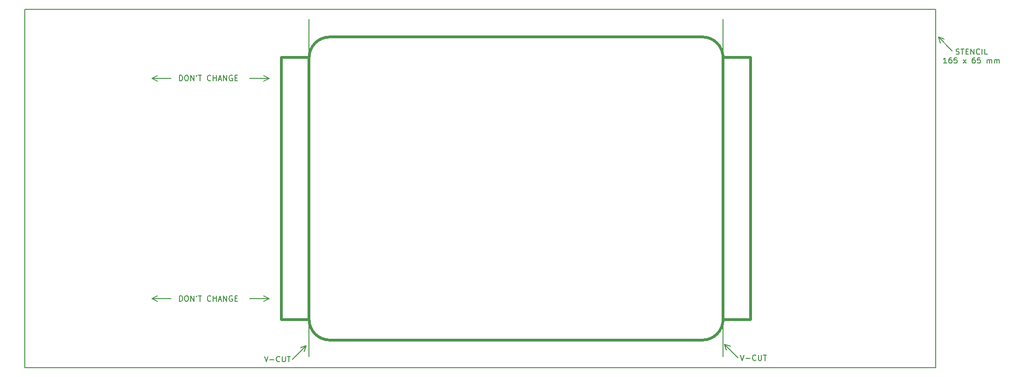
<source format=gbr>
G04 #@! TF.GenerationSoftware,KiCad,Pcbnew,6.0.0-d3dd2cf0fa~116~ubuntu20.04.1*
G04 #@! TF.CreationDate,2022-01-15T15:14:34-05:00*
G04 #@! TF.ProjectId,EX-PCB-10108-001,45582d50-4342-42d3-9130-3130382d3030,A*
G04 #@! TF.SameCoordinates,Original*
G04 #@! TF.FileFunction,Other,Comment*
%FSLAX46Y46*%
G04 Gerber Fmt 4.6, Leading zero omitted, Abs format (unit mm)*
G04 Created by KiCad (PCBNEW 6.0.0-d3dd2cf0fa~116~ubuntu20.04.1) date 2022-01-15 15:14:34*
%MOMM*%
%LPD*%
G01*
G04 APERTURE LIST*
%ADD10C,0.150000*%
G04 #@! TA.AperFunction,Profile*
%ADD11C,0.500000*%
G04 #@! TD*
G04 APERTURE END LIST*
D10*
X160462563Y-81512563D02*
X162937437Y-83987437D01*
X160462563Y-81512563D02*
X160816117Y-82573223D01*
X160462563Y-81512563D02*
X161523223Y-81866117D01*
X163664285Y-84599761D02*
X163807142Y-84647380D01*
X164045238Y-84647380D01*
X164140476Y-84599761D01*
X164188095Y-84552142D01*
X164235714Y-84456904D01*
X164235714Y-84361666D01*
X164188095Y-84266428D01*
X164140476Y-84218809D01*
X164045238Y-84171190D01*
X163854761Y-84123571D01*
X163759523Y-84075952D01*
X163711904Y-84028333D01*
X163664285Y-83933095D01*
X163664285Y-83837857D01*
X163711904Y-83742619D01*
X163759523Y-83695000D01*
X163854761Y-83647380D01*
X164092857Y-83647380D01*
X164235714Y-83695000D01*
X164521428Y-83647380D02*
X165092857Y-83647380D01*
X164807142Y-84647380D02*
X164807142Y-83647380D01*
X165426190Y-84123571D02*
X165759523Y-84123571D01*
X165902380Y-84647380D02*
X165426190Y-84647380D01*
X165426190Y-83647380D01*
X165902380Y-83647380D01*
X166330952Y-84647380D02*
X166330952Y-83647380D01*
X166902380Y-84647380D01*
X166902380Y-83647380D01*
X167950000Y-84552142D02*
X167902380Y-84599761D01*
X167759523Y-84647380D01*
X167664285Y-84647380D01*
X167521428Y-84599761D01*
X167426190Y-84504523D01*
X167378571Y-84409285D01*
X167330952Y-84218809D01*
X167330952Y-84075952D01*
X167378571Y-83885476D01*
X167426190Y-83790238D01*
X167521428Y-83695000D01*
X167664285Y-83647380D01*
X167759523Y-83647380D01*
X167902380Y-83695000D01*
X167950000Y-83742619D01*
X168378571Y-84647380D02*
X168378571Y-83647380D01*
X169330952Y-84647380D02*
X168854761Y-84647380D01*
X168854761Y-83647380D01*
X161950000Y-86257380D02*
X161378571Y-86257380D01*
X161664285Y-86257380D02*
X161664285Y-85257380D01*
X161569047Y-85400238D01*
X161473809Y-85495476D01*
X161378571Y-85543095D01*
X162807142Y-85257380D02*
X162616666Y-85257380D01*
X162521428Y-85305000D01*
X162473809Y-85352619D01*
X162378571Y-85495476D01*
X162330952Y-85685952D01*
X162330952Y-86066904D01*
X162378571Y-86162142D01*
X162426190Y-86209761D01*
X162521428Y-86257380D01*
X162711904Y-86257380D01*
X162807142Y-86209761D01*
X162854761Y-86162142D01*
X162902380Y-86066904D01*
X162902380Y-85828809D01*
X162854761Y-85733571D01*
X162807142Y-85685952D01*
X162711904Y-85638333D01*
X162521428Y-85638333D01*
X162426190Y-85685952D01*
X162378571Y-85733571D01*
X162330952Y-85828809D01*
X163807142Y-85257380D02*
X163330952Y-85257380D01*
X163283333Y-85733571D01*
X163330952Y-85685952D01*
X163426190Y-85638333D01*
X163664285Y-85638333D01*
X163759523Y-85685952D01*
X163807142Y-85733571D01*
X163854761Y-85828809D01*
X163854761Y-86066904D01*
X163807142Y-86162142D01*
X163759523Y-86209761D01*
X163664285Y-86257380D01*
X163426190Y-86257380D01*
X163330952Y-86209761D01*
X163283333Y-86162142D01*
X164950000Y-86257380D02*
X165473809Y-85590714D01*
X164950000Y-85590714D02*
X165473809Y-86257380D01*
X167045238Y-85257380D02*
X166854761Y-85257380D01*
X166759523Y-85305000D01*
X166711904Y-85352619D01*
X166616666Y-85495476D01*
X166569047Y-85685952D01*
X166569047Y-86066904D01*
X166616666Y-86162142D01*
X166664285Y-86209761D01*
X166759523Y-86257380D01*
X166950000Y-86257380D01*
X167045238Y-86209761D01*
X167092857Y-86162142D01*
X167140476Y-86066904D01*
X167140476Y-85828809D01*
X167092857Y-85733571D01*
X167045238Y-85685952D01*
X166950000Y-85638333D01*
X166759523Y-85638333D01*
X166664285Y-85685952D01*
X166616666Y-85733571D01*
X166569047Y-85828809D01*
X168045238Y-85257380D02*
X167569047Y-85257380D01*
X167521428Y-85733571D01*
X167569047Y-85685952D01*
X167664285Y-85638333D01*
X167902380Y-85638333D01*
X167997619Y-85685952D01*
X168045238Y-85733571D01*
X168092857Y-85828809D01*
X168092857Y-86066904D01*
X168045238Y-86162142D01*
X167997619Y-86209761D01*
X167902380Y-86257380D01*
X167664285Y-86257380D01*
X167569047Y-86209761D01*
X167521428Y-86162142D01*
X169283333Y-86257380D02*
X169283333Y-85590714D01*
X169283333Y-85685952D02*
X169330952Y-85638333D01*
X169426190Y-85590714D01*
X169569047Y-85590714D01*
X169664285Y-85638333D01*
X169711904Y-85733571D01*
X169711904Y-86257380D01*
X169711904Y-85733571D02*
X169759523Y-85638333D01*
X169854761Y-85590714D01*
X169997619Y-85590714D01*
X170092857Y-85638333D01*
X170140476Y-85733571D01*
X170140476Y-86257380D01*
X170616666Y-86257380D02*
X170616666Y-85590714D01*
X170616666Y-85685952D02*
X170664285Y-85638333D01*
X170759523Y-85590714D01*
X170902380Y-85590714D01*
X170997619Y-85638333D01*
X171045238Y-85733571D01*
X171045238Y-86257380D01*
X171045238Y-85733571D02*
X171092857Y-85638333D01*
X171188095Y-85590714D01*
X171330952Y-85590714D01*
X171426190Y-85638333D01*
X171473809Y-85733571D01*
X171473809Y-86257380D01*
X159950000Y-141500000D02*
X159950000Y-76500000D01*
X-5050000Y-141500000D02*
X-5050000Y-76500000D01*
X-5050000Y-141500000D02*
X159950000Y-141500000D01*
X-5050000Y-76500000D02*
X159950000Y-76500000D01*
X39200000Y-89000000D02*
X38200000Y-88500000D01*
X17950000Y-89000000D02*
X18950000Y-89500000D01*
X39200000Y-89000000D02*
X35700000Y-89000000D01*
X39200000Y-89000000D02*
X38200000Y-89500000D01*
X17950000Y-89000000D02*
X18950000Y-88500000D01*
X17950000Y-89000000D02*
X21450000Y-89000000D01*
X22961904Y-89452380D02*
X22961904Y-88452380D01*
X23200000Y-88452380D01*
X23342857Y-88500000D01*
X23438095Y-88595238D01*
X23485714Y-88690476D01*
X23533333Y-88880952D01*
X23533333Y-89023809D01*
X23485714Y-89214285D01*
X23438095Y-89309523D01*
X23342857Y-89404761D01*
X23200000Y-89452380D01*
X22961904Y-89452380D01*
X24152380Y-88452380D02*
X24342857Y-88452380D01*
X24438095Y-88500000D01*
X24533333Y-88595238D01*
X24580952Y-88785714D01*
X24580952Y-89119047D01*
X24533333Y-89309523D01*
X24438095Y-89404761D01*
X24342857Y-89452380D01*
X24152380Y-89452380D01*
X24057142Y-89404761D01*
X23961904Y-89309523D01*
X23914285Y-89119047D01*
X23914285Y-88785714D01*
X23961904Y-88595238D01*
X24057142Y-88500000D01*
X24152380Y-88452380D01*
X25009523Y-89452380D02*
X25009523Y-88452380D01*
X25580952Y-89452380D01*
X25580952Y-88452380D01*
X26104761Y-88452380D02*
X26104761Y-88500000D01*
X26057142Y-88595238D01*
X26009523Y-88642857D01*
X26390476Y-88452380D02*
X26961904Y-88452380D01*
X26676190Y-89452380D02*
X26676190Y-88452380D01*
X28628571Y-89357142D02*
X28580952Y-89404761D01*
X28438095Y-89452380D01*
X28342857Y-89452380D01*
X28200000Y-89404761D01*
X28104761Y-89309523D01*
X28057142Y-89214285D01*
X28009523Y-89023809D01*
X28009523Y-88880952D01*
X28057142Y-88690476D01*
X28104761Y-88595238D01*
X28200000Y-88500000D01*
X28342857Y-88452380D01*
X28438095Y-88452380D01*
X28580952Y-88500000D01*
X28628571Y-88547619D01*
X29057142Y-89452380D02*
X29057142Y-88452380D01*
X29057142Y-88928571D02*
X29628571Y-88928571D01*
X29628571Y-89452380D02*
X29628571Y-88452380D01*
X30057142Y-89166666D02*
X30533333Y-89166666D01*
X29961904Y-89452380D02*
X30295238Y-88452380D01*
X30628571Y-89452380D01*
X30961904Y-89452380D02*
X30961904Y-88452380D01*
X31533333Y-89452380D01*
X31533333Y-88452380D01*
X32533333Y-88500000D02*
X32438095Y-88452380D01*
X32295238Y-88452380D01*
X32152380Y-88500000D01*
X32057142Y-88595238D01*
X32009523Y-88690476D01*
X31961904Y-88880952D01*
X31961904Y-89023809D01*
X32009523Y-89214285D01*
X32057142Y-89309523D01*
X32152380Y-89404761D01*
X32295238Y-89452380D01*
X32390476Y-89452380D01*
X32533333Y-89404761D01*
X32580952Y-89357142D01*
X32580952Y-89023809D01*
X32390476Y-89023809D01*
X33009523Y-88928571D02*
X33342857Y-88928571D01*
X33485714Y-89452380D02*
X33009523Y-89452380D01*
X33009523Y-88452380D01*
X33485714Y-88452380D01*
X17950000Y-129000000D02*
X18950000Y-129500000D01*
X17950000Y-129000000D02*
X21450000Y-129000000D01*
X17950000Y-129000000D02*
X18950000Y-128500000D01*
X39200000Y-129000000D02*
X35700000Y-129000000D01*
X39200000Y-129000000D02*
X38200000Y-128500000D01*
X39200000Y-129000000D02*
X38200000Y-129500000D01*
X22961904Y-129452380D02*
X22961904Y-128452380D01*
X23200000Y-128452380D01*
X23342857Y-128500000D01*
X23438095Y-128595238D01*
X23485714Y-128690476D01*
X23533333Y-128880952D01*
X23533333Y-129023809D01*
X23485714Y-129214285D01*
X23438095Y-129309523D01*
X23342857Y-129404761D01*
X23200000Y-129452380D01*
X22961904Y-129452380D01*
X24152380Y-128452380D02*
X24342857Y-128452380D01*
X24438095Y-128500000D01*
X24533333Y-128595238D01*
X24580952Y-128785714D01*
X24580952Y-129119047D01*
X24533333Y-129309523D01*
X24438095Y-129404761D01*
X24342857Y-129452380D01*
X24152380Y-129452380D01*
X24057142Y-129404761D01*
X23961904Y-129309523D01*
X23914285Y-129119047D01*
X23914285Y-128785714D01*
X23961904Y-128595238D01*
X24057142Y-128500000D01*
X24152380Y-128452380D01*
X25009523Y-129452380D02*
X25009523Y-128452380D01*
X25580952Y-129452380D01*
X25580952Y-128452380D01*
X26104761Y-128452380D02*
X26104761Y-128500000D01*
X26057142Y-128595238D01*
X26009523Y-128642857D01*
X26390476Y-128452380D02*
X26961904Y-128452380D01*
X26676190Y-129452380D02*
X26676190Y-128452380D01*
X28628571Y-129357142D02*
X28580952Y-129404761D01*
X28438095Y-129452380D01*
X28342857Y-129452380D01*
X28200000Y-129404761D01*
X28104761Y-129309523D01*
X28057142Y-129214285D01*
X28009523Y-129023809D01*
X28009523Y-128880952D01*
X28057142Y-128690476D01*
X28104761Y-128595238D01*
X28200000Y-128500000D01*
X28342857Y-128452380D01*
X28438095Y-128452380D01*
X28580952Y-128500000D01*
X28628571Y-128547619D01*
X29057142Y-129452380D02*
X29057142Y-128452380D01*
X29057142Y-128928571D02*
X29628571Y-128928571D01*
X29628571Y-129452380D02*
X29628571Y-128452380D01*
X30057142Y-129166666D02*
X30533333Y-129166666D01*
X29961904Y-129452380D02*
X30295238Y-128452380D01*
X30628571Y-129452380D01*
X30961904Y-129452380D02*
X30961904Y-128452380D01*
X31533333Y-129452380D01*
X31533333Y-128452380D01*
X32533333Y-128500000D02*
X32438095Y-128452380D01*
X32295238Y-128452380D01*
X32152380Y-128500000D01*
X32057142Y-128595238D01*
X32009523Y-128690476D01*
X31961904Y-128880952D01*
X31961904Y-129023809D01*
X32009523Y-129214285D01*
X32057142Y-129309523D01*
X32152380Y-129404761D01*
X32295238Y-129452380D01*
X32390476Y-129452380D01*
X32533333Y-129404761D01*
X32580952Y-129357142D01*
X32580952Y-129023809D01*
X32390476Y-129023809D01*
X33009523Y-128928571D02*
X33342857Y-128928571D01*
X33485714Y-129452380D02*
X33009523Y-129452380D01*
X33009523Y-128452380D01*
X33485714Y-128452380D01*
X45937437Y-137512563D02*
X43462563Y-139987437D01*
X45937437Y-137512563D02*
X44876777Y-137866117D01*
X45937437Y-137512563D02*
X45583883Y-138573223D01*
X38342857Y-139452380D02*
X38676190Y-140452380D01*
X39009523Y-139452380D01*
X39342857Y-140071428D02*
X40104761Y-140071428D01*
X41152380Y-140357142D02*
X41104761Y-140404761D01*
X40961904Y-140452380D01*
X40866666Y-140452380D01*
X40723809Y-140404761D01*
X40628571Y-140309523D01*
X40580952Y-140214285D01*
X40533333Y-140023809D01*
X40533333Y-139880952D01*
X40580952Y-139690476D01*
X40628571Y-139595238D01*
X40723809Y-139500000D01*
X40866666Y-139452380D01*
X40961904Y-139452380D01*
X41104761Y-139500000D01*
X41152380Y-139547619D01*
X41580952Y-139452380D02*
X41580952Y-140261904D01*
X41628571Y-140357142D01*
X41676190Y-140404761D01*
X41771428Y-140452380D01*
X41961904Y-140452380D01*
X42057142Y-140404761D01*
X42104761Y-140357142D01*
X42152380Y-140261904D01*
X42152380Y-139452380D01*
X42485714Y-139452380D02*
X43057142Y-139452380D01*
X42771428Y-140452380D02*
X42771428Y-139452380D01*
X124592857Y-139202380D02*
X124926190Y-140202380D01*
X125259523Y-139202380D01*
X125592857Y-139821428D02*
X126354761Y-139821428D01*
X127402380Y-140107142D02*
X127354761Y-140154761D01*
X127211904Y-140202380D01*
X127116666Y-140202380D01*
X126973809Y-140154761D01*
X126878571Y-140059523D01*
X126830952Y-139964285D01*
X126783333Y-139773809D01*
X126783333Y-139630952D01*
X126830952Y-139440476D01*
X126878571Y-139345238D01*
X126973809Y-139250000D01*
X127116666Y-139202380D01*
X127211904Y-139202380D01*
X127354761Y-139250000D01*
X127402380Y-139297619D01*
X127830952Y-139202380D02*
X127830952Y-140011904D01*
X127878571Y-140107142D01*
X127926190Y-140154761D01*
X128021428Y-140202380D01*
X128211904Y-140202380D01*
X128307142Y-140154761D01*
X128354761Y-140107142D01*
X128402380Y-140011904D01*
X128402380Y-139202380D01*
X128735714Y-139202380D02*
X129307142Y-139202380D01*
X129021428Y-140202380D02*
X129021428Y-139202380D01*
X121712563Y-137262563D02*
X122773223Y-137616117D01*
X121712563Y-137262563D02*
X122066117Y-138323223D01*
X121712563Y-137262563D02*
X124187437Y-139737437D01*
X46450000Y-78250000D02*
X46450000Y-139500000D01*
X121450000Y-78250000D02*
X121450000Y-139500000D01*
D11*
X41450000Y-85250000D02*
X46450000Y-85250000D01*
X41450000Y-132750000D02*
X46450000Y-132750000D01*
X121450000Y-132750000D02*
X126450000Y-132750000D01*
X126450000Y-85250000D02*
X121450000Y-85250000D01*
X126450000Y-85250000D02*
X126450000Y-132750000D01*
X41450000Y-85250000D02*
X41450000Y-132750000D01*
X121450000Y-85250000D02*
G75*
G03*
X117700000Y-81500000I-3750000J0D01*
G01*
X50200000Y-81500000D02*
G75*
G03*
X46450000Y-85250000I0J-3750000D01*
G01*
X46450000Y-132750000D02*
G75*
G03*
X50200000Y-136500000I3750000J0D01*
G01*
X117700000Y-136500000D02*
G75*
G03*
X121450000Y-132750000I0J3750000D01*
G01*
X46450000Y-85250000D02*
X46450000Y-132750000D01*
X117700000Y-136500000D02*
X50200000Y-136500000D01*
X117700000Y-81500000D02*
X50200000Y-81500000D01*
X121450000Y-85250000D02*
X121450000Y-132750000D01*
M02*

</source>
